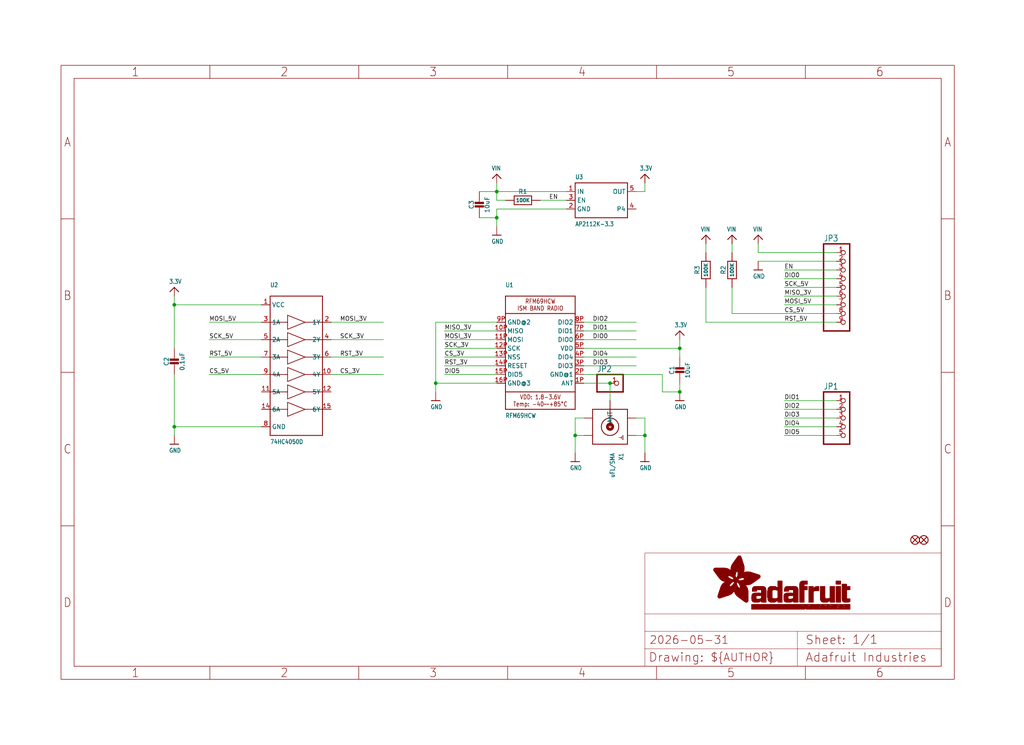
<source format=kicad_sch>
(kicad_sch (version 20231120) (generator "eeschema") (generator_version "8.0")
  (paper "User" 298.45 217.322)
  (lib_symbols
    (symbol "Adafruit RFM+LoRa Breakout-eagle-import:3.3V" (power)
      (symbol "3.3V_1_0"
        (pin power_in line (at 0 -2.54 90) (length 2.54) (name "3.3V") (number "1"))
      )
    )
    (symbol "Adafruit RFM+LoRa Breakout-eagle-import:74HC4050DTSSOP"
      (property "Reference" "U" (at -7.62 22.86 0))
      (symbol "74HC4050DTSSOP_1_0"
        (pin bidirectional line (at -10.16 17.78 0) (length 2.54) (name "VCC") (number "1"))
        (pin bidirectional line (at 10.16 -2.54 180) (length 2.54) (name "4Y") (number "10"))
        (pin bidirectional line (at -10.16 -7.62 0) (length 2.54) (name "5A") (number "11"))
        (pin bidirectional line (at 10.16 -7.62 180) (length 2.54) (name "5Y") (number "12"))
        (pin bidirectional line (at -10.16 -12.7 0) (length 2.54) (name "6A") (number "14"))
        (pin bidirectional line (at 10.16 -12.7 180) (length 2.54) (name "6Y") (number "15"))
        (pin bidirectional line (at 10.16 12.7 180) (length 2.54) (name "1Y") (number "2"))
        (pin bidirectional line (at -10.16 12.7 0) (length 2.54) (name "1A") (number "3"))
        (pin bidirectional line (at 10.16 7.62 180) (length 2.54) (name "2Y") (number "4"))
        (pin bidirectional line (at -10.16 7.62 0) (length 2.54) (name "2A") (number "5"))
        (pin bidirectional line (at 10.16 2.54 180) (length 2.54) (name "3Y") (number "6"))
        (pin bidirectional line (at -10.16 2.54 0) (length 2.54) (name "3A") (number "7"))
        (pin bidirectional line (at -10.16 -17.78 0) (length 2.54) (name "GND") (number "8"))
        (pin bidirectional line (at -10.16 -2.54 0) (length 2.54) (name "4A") (number "9"))
      )
    )
    (symbol "Adafruit RFM+LoRa Breakout-eagle-import:CAP_CERAMIC0805-NOOUTLINE"
      (property "Reference" "C" (at -2.29 1.25 90))
      (symbol "CAP_CERAMIC0805-NOOUTLINE_1_0"
        (pin passive line (at 0 5.08 270) (length 2.54) (name "1") (number "1"))
        (pin passive line (at 0 -2.54 90) (length 2.54) (name "2") (number "2"))
      )
    )
    (symbol "Adafruit RFM+LoRa Breakout-eagle-import:FIDUCIAL{dblquote}{dblquote}")
    (symbol "Adafruit RFM+LoRa Breakout-eagle-import:FRAME_A4_ADAFRUIT"
      (symbol "FRAME_A4_ADAFRUIT_1_0"
        (text "${#}/${##}" (at 230.505 10.16 0) (effects (font (size 2.54 2.54)) (justify left bottom)))
        (text "${AUTHOR}" (at 189.23 5.08 0) (effects (font (size 2.286 2.286)) (justify left bottom)))
        (text "${CURRENT_DATE}" (at 171.45 10.16 0) (effects (font (size 2.286 2.286)) (justify left bottom)))
        (text "${PROJECTNAME}" (at 171.45 15.24 0) (effects (font (size 2.54 2.54)) (justify left bottom)))
        (text "1" (at 21.6958 1.905 0) (effects (font (size 2.54 2.286))))
        (text "1" (at 21.6958 177.165 0) (effects (font (size 2.54 2.286))))
        (text "2" (at 65.0875 1.905 0) (effects (font (size 2.54 2.286))))
        (text "2" (at 65.0875 177.165 0) (effects (font (size 2.54 2.286))))
        (text "3" (at 108.4792 1.905 0) (effects (font (size 2.54 2.286))))
        (text "3" (at 108.4792 177.165 0) (effects (font (size 2.54 2.286))))
        (text "4" (at 151.8708 1.905 0) (effects (font (size 2.54 2.286))))
        (text "4" (at 151.8708 177.165 0) (effects (font (size 2.54 2.286))))
        (text "5" (at 195.2625 1.905 0) (effects (font (size 2.54 2.286))))
        (text "5" (at 195.2625 177.165 0) (effects (font (size 2.54 2.286))))
        (text "6" (at 238.6542 1.905 0) (effects (font (size 2.54 2.286))))
        (text "6" (at 238.6542 177.165 0) (effects (font (size 2.54 2.286))))
        (text "A" (at 1.905 156.6863 0) (effects (font (size 2.54 2.286))))
        (text "A" (at 258.445 156.6863 0) (effects (font (size 2.54 2.286))))
        (text "Adafruit Industries" (at 216.916 4.953 0) (effects (font (size 2.54 2.54)) (justify left bottom)))
        (text "B" (at 1.905 111.9188 0) (effects (font (size 2.54 2.286))))
        (text "B" (at 258.445 111.9188 0) (effects (font (size 2.54 2.286))))
        (text "C" (at 1.905 67.1513 0) (effects (font (size 2.54 2.286))))
        (text "C" (at 258.445 67.1513 0) (effects (font (size 2.54 2.286))))
        (text "D" (at 1.905 22.3838 0) (effects (font (size 2.54 2.286))))
        (text "D" (at 258.445 22.3838 0) (effects (font (size 2.54 2.286))))
        (text "Drawing:" (at 171.196 4.953 0) (effects (font (size 2.54 2.54)) (justify left bottom)))
        (text "Sheet:" (at 216.916 10.033 0) (effects (font (size 2.54 2.54)) (justify left bottom)))
      )
    )
    (symbol "Adafruit RFM+LoRa Breakout-eagle-import:GND" (power)
      (symbol "GND_1_0"
        (pin power_in line (at 0 2.54 270) (length 2.54) (name "GND") (number "1"))
      )
    )
    (symbol "Adafruit RFM+LoRa Breakout-eagle-import:HEADER-1X1ROUND"
      (property "Reference" "JP" (at -6.35 3.175 0))
      (symbol "HEADER-1X1ROUND_1_0"
        (pin passive inverted (at -2.54 0 0) (length 2.54) (name "1") (number "1"))
      )
    )
    (symbol "Adafruit RFM+LoRa Breakout-eagle-import:HEADER-1X570MIL"
      (property "Reference" "JP" (at -6.35 8.255 0))
      (symbol "HEADER-1X570MIL_1_0"
        (pin passive inverted (at -2.54 5.08 0) (length 2.54) (name "1") (number "1"))
        (pin passive inverted (at -2.54 2.54 0) (length 2.54) (name "2") (number "2"))
        (pin passive inverted (at -2.54 0 0) (length 2.54) (name "3") (number "3"))
        (pin passive inverted (at -2.54 -2.54 0) (length 2.54) (name "4") (number "4"))
        (pin passive inverted (at -2.54 -5.08 0) (length 2.54) (name "5") (number "5"))
      )
    )
    (symbol "Adafruit RFM+LoRa Breakout-eagle-import:HEADER-1X970MIL"
      (property "Reference" "JP" (at -6.35 13.335 0))
      (symbol "HEADER-1X970MIL_1_0"
        (pin passive inverted (at -2.54 10.16 0) (length 2.54) (name "1") (number "1"))
        (pin passive inverted (at -2.54 7.62 0) (length 2.54) (name "2") (number "2"))
        (pin passive inverted (at -2.54 5.08 0) (length 2.54) (name "3") (number "3"))
        (pin passive inverted (at -2.54 2.54 0) (length 2.54) (name "4") (number "4"))
        (pin passive inverted (at -2.54 0 0) (length 2.54) (name "5") (number "5"))
        (pin passive inverted (at -2.54 -2.54 0) (length 2.54) (name "6") (number "6"))
        (pin passive inverted (at -2.54 -5.08 0) (length 2.54) (name "7") (number "7"))
        (pin passive inverted (at -2.54 -7.62 0) (length 2.54) (name "8") (number "8"))
        (pin passive inverted (at -2.54 -10.16 0) (length 2.54) (name "9") (number "9"))
      )
    )
    (symbol "Adafruit RFM+LoRa Breakout-eagle-import:RESISTOR0805_NOOUTLINE"
      (property "Reference" "R" (at 0 2.54 0))
      (symbol "RESISTOR0805_NOOUTLINE_1_0"
        (pin passive line (at -5.08 0 0) (length 2.54) (name "1") (number "1"))
        (pin passive line (at 5.08 0 180) (length 2.54) (name "2") (number "2"))
      )
    )
    (symbol "Adafruit RFM+LoRa Breakout-eagle-import:RFM69HCW_SMT"
      (property "Reference" "U" (at -10.16 17.78 0))
      (symbol "RFM69HCW_SMT_1_0"
        (text "RFM69HCW\nISM BAND RADIO" (at 0 12.7 0) (effects (font (size 1.27 1.0795))))
        (text "VDD: 1.8-3.6V\nTemp: -40~~+85°C" (at 0 -15.24 0) (effects (font (size 1.27 1.0795))))
        (pin output line (at -12.7 5.08 0) (length 2.54) (name "MISO") (number "10P"))
        (pin input line (at -12.7 2.54 0) (length 2.54) (name "MOSI") (number "11P"))
        (pin input line (at -12.7 0 0) (length 2.54) (name "SCK") (number "12P"))
        (pin input line (at -12.7 -2.54 0) (length 2.54) (name "NSS") (number "13P"))
        (pin input line (at -12.7 -5.08 0) (length 2.54) (name "RESET") (number "14P"))
        (pin bidirectional line (at -12.7 -7.62 0) (length 2.54) (name "DIO5") (number "15P"))
        (pin power_in line (at -12.7 -10.16 0) (length 2.54) (name "GND@3") (number "16P"))
        (pin bidirectional line (at 12.7 -10.16 180) (length 2.54) (name "ANT") (number "1P"))
        (pin power_in line (at 12.7 -7.62 180) (length 2.54) (name "GND@1") (number "2P"))
        (pin bidirectional line (at 12.7 -5.08 180) (length 2.54) (name "DIO3") (number "3P"))
        (pin bidirectional line (at 12.7 -2.54 180) (length 2.54) (name "DIO4") (number "4P"))
        (pin power_in line (at 12.7 0 180) (length 2.54) (name "VDD") (number "5P"))
        (pin bidirectional line (at 12.7 2.54 180) (length 2.54) (name "DIO0") (number "6P"))
        (pin bidirectional line (at 12.7 5.08 180) (length 2.54) (name "DIO1") (number "7P"))
        (pin bidirectional line (at 12.7 7.62 180) (length 2.54) (name "DIO2") (number "8P"))
        (pin power_in line (at -12.7 7.62 0) (length 2.54) (name "GND@2") (number "9P"))
      )
    )
    (symbol "Adafruit RFM+LoRa Breakout-eagle-import:SMACONNECTOR_EDGE_UFL"
      (property "Reference" "X" (at 7.62 2.54 0))
      (symbol "SMACONNECTOR_EDGE_UFL_1_0"
        (pin power_in line (at -2.54 7.62 270) (length 2.54) (name "GND1") (number "GND@1"))
        (pin power_in line (at 2.54 7.62 270) (length 2.54) (name "GND2") (number "GND@2"))
        (pin power_in line (at -2.54 -7.62 90) (length 2.54) (name "GND3") (number "GND@3"))
        (pin power_in line (at 2.54 -7.62 90) (length 2.54) (name "GND4") (number "GND@4"))
        (pin bidirectional line (at -7.62 0 0) (length 2.54) (name "ANT") (number "P"))
      )
    )
    (symbol "Adafruit RFM+LoRa Breakout-eagle-import:VIN" (power)
      (symbol "VIN_1_0"
        (pin power_in line (at 0 -2.54 90) (length 2.54) (name "VIN") (number "1"))
      )
    )
    (symbol "Adafruit RFM+LoRa Breakout-eagle-import:VREG_SOT23-5"
      (property "Reference" "U" (at -7.62 6.096 0))
      (symbol "VREG_SOT23-5_1_0"
        (pin power_in line (at -10.16 2.54 0) (length 2.54) (name "IN") (number "1"))
        (pin power_in line (at -10.16 -2.54 0) (length 2.54) (name "GND") (number "2"))
        (pin input line (at -10.16 0 0) (length 2.54) (name "EN") (number "3"))
        (pin bidirectional line (at 10.16 -2.54 180) (length 2.54) (name "P4") (number "4"))
        (pin power_in line (at 10.16 2.54 180) (length 2.54) (name "OUT") (number "5"))
      )
    )
  )
  (junction (at 167.64 127))
  (junction (at 187.96 127))
  (junction (at 198.12 101.6))
  (junction (at 50.8 124.46))
  (junction (at 177.8 111.76))
  (junction (at 127 111.76))
  (junction (at 144.78 63.5))
  (junction (at 144.78 55.88))
  (junction (at 198.12 114.3))
  (junction (at 50.8 88.9))
  (wire (pts (xy 213.36 91.44) (xy 243.84 91.44)) (stroke (width 0.1524)))
  (wire (pts (xy 185.42 121.92) (xy 187.96 121.92)) (stroke (width 0.1524)))
  (wire (pts (xy 165.1 60.96) (xy 144.78 60.96)) (stroke (width 0.1524)))
  (wire (pts (xy 177.8 111.76) (xy 177.8 116.84)) (stroke (width 0.1524)))
  (wire (pts (xy 220.98 71.12) (xy 220.98 73.66)) (stroke (width 0.1524)))
  (wire (pts (xy 50.8 124.46) (xy 50.8 109.22)) (stroke (width 0.1524)))
  (wire (pts (xy 96.52 99.06) (xy 111.76 99.06)) (stroke (width 0.1524)))
  (wire (pts (xy 243.84 86.36) (xy 228.6 86.36)) (stroke (width 0.1524)))
  (wire (pts (xy 129.54 101.6) (xy 144.78 101.6)) (stroke (width 0.1524)))
  (wire (pts (xy 127 93.98) (xy 127 111.76)) (stroke (width 0.1524)))
  (wire (pts (xy 96.52 104.14) (xy 111.76 104.14)) (stroke (width 0.1524)))
  (wire (pts (xy 187.96 55.88) (xy 187.96 53.34)) (stroke (width 0.1524)))
  (wire (pts (xy 198.12 111.76) (xy 198.12 114.3)) (stroke (width 0.1524)))
  (wire (pts (xy 144.78 63.5) (xy 144.78 66.04)) (stroke (width 0.1524)))
  (wire (pts (xy 243.84 119.38) (xy 228.6 119.38)) (stroke (width 0.1524)))
  (wire (pts (xy 187.96 121.92) (xy 187.96 127)) (stroke (width 0.1524)))
  (wire (pts (xy 187.96 127) (xy 187.96 132.08)) (stroke (width 0.1524)))
  (wire (pts (xy 185.42 93.98) (xy 170.18 93.98)) (stroke (width 0.1524)))
  (wire (pts (xy 170.18 109.22) (xy 193.04 109.22)) (stroke (width 0.1524)))
  (wire (pts (xy 165.1 58.42) (xy 157.48 58.42)) (stroke (width 0.1524)))
  (wire (pts (xy 144.78 55.88) (xy 139.7 55.88)) (stroke (width 0.1524)))
  (wire (pts (xy 144.78 58.42) (xy 144.78 55.88)) (stroke (width 0.1524)))
  (wire (pts (xy 129.54 104.14) (xy 144.78 104.14)) (stroke (width 0.1524)))
  (wire (pts (xy 60.96 109.22) (xy 76.2 109.22)) (stroke (width 0.1524)))
  (wire (pts (xy 76.2 104.14) (xy 60.96 104.14)) (stroke (width 0.1524)))
  (wire (pts (xy 243.84 116.84) (xy 228.6 116.84)) (stroke (width 0.1524)))
  (wire (pts (xy 205.74 93.98) (xy 243.84 93.98)) (stroke (width 0.1524)))
  (wire (pts (xy 144.78 63.5) (xy 139.7 63.5)) (stroke (width 0.1524)))
  (wire (pts (xy 205.74 83.82) (xy 205.74 93.98)) (stroke (width 0.1524)))
  (wire (pts (xy 50.8 88.9) (xy 50.8 101.6)) (stroke (width 0.1524)))
  (wire (pts (xy 129.54 106.68) (xy 144.78 106.68)) (stroke (width 0.1524)))
  (wire (pts (xy 243.84 78.74) (xy 228.6 78.74)) (stroke (width 0.1524)))
  (wire (pts (xy 170.18 104.14) (xy 185.42 104.14)) (stroke (width 0.1524)))
  (wire (pts (xy 127 111.76) (xy 127 114.3)) (stroke (width 0.1524)))
  (wire (pts (xy 170.18 121.92) (xy 167.64 121.92)) (stroke (width 0.1524)))
  (wire (pts (xy 220.98 73.66) (xy 243.84 73.66)) (stroke (width 0.1524)))
  (wire (pts (xy 193.04 114.3) (xy 198.12 114.3)) (stroke (width 0.1524)))
  (wire (pts (xy 185.42 127) (xy 187.96 127)) (stroke (width 0.1524)))
  (wire (pts (xy 213.36 91.44) (xy 213.36 83.82)) (stroke (width 0.1524)))
  (wire (pts (xy 243.84 88.9) (xy 228.6 88.9)) (stroke (width 0.1524)))
  (wire (pts (xy 50.8 124.46) (xy 50.8 127)) (stroke (width 0.1524)))
  (wire (pts (xy 165.1 55.88) (xy 144.78 55.88)) (stroke (width 0.1524)))
  (wire (pts (xy 228.6 121.92) (xy 243.84 121.92)) (stroke (width 0.1524)))
  (wire (pts (xy 193.04 109.22) (xy 193.04 114.3)) (stroke (width 0.1524)))
  (wire (pts (xy 144.78 93.98) (xy 127 93.98)) (stroke (width 0.1524)))
  (wire (pts (xy 144.78 55.88) (xy 144.78 53.34)) (stroke (width 0.1524)))
  (wire (pts (xy 50.8 88.9) (xy 50.8 86.36)) (stroke (width 0.1524)))
  (wire (pts (xy 198.12 101.6) (xy 198.12 99.06)) (stroke (width 0.1524)))
  (wire (pts (xy 228.6 124.46) (xy 243.84 124.46)) (stroke (width 0.1524)))
  (wire (pts (xy 144.78 109.22) (xy 129.54 109.22)) (stroke (width 0.1524)))
  (wire (pts (xy 205.74 71.12) (xy 205.74 73.66)) (stroke (width 0.1524)))
  (wire (pts (xy 144.78 111.76) (xy 127 111.76)) (stroke (width 0.1524)))
  (wire (pts (xy 167.64 127) (xy 167.64 132.08)) (stroke (width 0.1524)))
  (wire (pts (xy 96.52 109.22) (xy 111.76 109.22)) (stroke (width 0.1524)))
  (wire (pts (xy 185.42 55.88) (xy 187.96 55.88)) (stroke (width 0.1524)))
  (wire (pts (xy 76.2 88.9) (xy 50.8 88.9)) (stroke (width 0.1524)))
  (wire (pts (xy 170.18 127) (xy 167.64 127)) (stroke (width 0.1524)))
  (wire (pts (xy 129.54 99.06) (xy 144.78 99.06)) (stroke (width 0.1524)))
  (wire (pts (xy 147.32 58.42) (xy 144.78 58.42)) (stroke (width 0.1524)))
  (wire (pts (xy 243.84 81.28) (xy 228.6 81.28)) (stroke (width 0.1524)))
  (wire (pts (xy 198.12 101.6) (xy 198.12 104.14)) (stroke (width 0.1524)))
  (wire (pts (xy 144.78 96.52) (xy 129.54 96.52)) (stroke (width 0.1524)))
  (wire (pts (xy 170.18 106.68) (xy 185.42 106.68)) (stroke (width 0.1524)))
  (wire (pts (xy 76.2 93.98) (xy 60.96 93.98)) (stroke (width 0.1524)))
  (wire (pts (xy 185.42 99.06) (xy 170.18 99.06)) (stroke (width 0.1524)))
  (wire (pts (xy 213.36 71.12) (xy 213.36 73.66)) (stroke (width 0.1524)))
  (wire (pts (xy 144.78 60.96) (xy 144.78 63.5)) (stroke (width 0.1524)))
  (wire (pts (xy 185.42 96.52) (xy 170.18 96.52)) (stroke (width 0.1524)))
  (wire (pts (xy 76.2 99.06) (xy 60.96 99.06)) (stroke (width 0.1524)))
  (wire (pts (xy 243.84 83.82) (xy 228.6 83.82)) (stroke (width 0.1524)))
  (wire (pts (xy 76.2 124.46) (xy 50.8 124.46)) (stroke (width 0.1524)))
  (wire (pts (xy 220.98 76.2) (xy 243.84 76.2)) (stroke (width 0.1524)))
  (wire (pts (xy 96.52 93.98) (xy 111.76 93.98)) (stroke (width 0.1524)))
  (wire (pts (xy 170.18 111.76) (xy 177.8 111.76)) (stroke (width 0.1524)))
  (wire (pts (xy 167.64 121.92) (xy 167.64 127)) (stroke (width 0.1524)))
  (wire (pts (xy 170.18 101.6) (xy 198.12 101.6)) (stroke (width 0.1524)))
  (wire (pts (xy 243.84 127) (xy 228.6 127)) (stroke (width 0.1524)))
  (label "CS_5V" (at 60.96 109.22 0) (effects (font (size 1.2446 1.2446))))
  (label "SCK_5V" (at 60.96 99.06 0) (effects (font (size 1.2446 1.2446))))
  (label "MOSI_5V" (at 228.6 88.9 0) (effects (font (size 1.2446 1.2446))))
  (label "DIO0" (at 172.72 99.06 0) (effects (font (size 1.2446 1.2446))))
  (label "MOSI_5V" (at 60.96 93.98 0) (effects (font (size 1.2446 1.2446))))
  (label "SCK_3V" (at 129.54 101.6 0) (effects (font (size 1.2446 1.2446))))
  (label "DIO3" (at 172.72 106.68 0) (effects (font (size 1.2446 1.2446))))
  (label "DIO5" (at 228.6 127 0) (effects (font (size 1.2446 1.2446))))
  (label "SCK_3V" (at 99.06 99.06 0) (effects (font (size 1.2446 1.2446))))
  (label "MOSI_3V" (at 99.06 93.98 0) (effects (font (size 1.2446 1.2446))))
  (label "MISO_3V" (at 228.6 86.36 0) (effects (font (size 1.2446 1.2446))))
  (label "RST_5V" (at 60.96 104.14 0) (effects (font (size 1.2446 1.2446))))
  (label "RST_3V" (at 99.06 104.14 0) (effects (font (size 1.2446 1.2446))))
  (label "RST_5V" (at 228.6 93.98 0) (effects (font (size 1.2446 1.2446))))
  (label "EN" (at 228.6 78.74 0) (effects (font (size 1.2446 1.2446))))
  (label "DIO4" (at 172.72 104.14 0) (effects (font (size 1.2446 1.2446))))
  (label "RST_3V" (at 129.54 106.68 0) (effects (font (size 1.2446 1.2446))))
  (label "DIO3" (at 228.6 121.92 0) (effects (font (size 1.2446 1.2446))))
  (label "DIO0" (at 228.6 81.28 0) (effects (font (size 1.2446 1.2446))))
  (label "DIO2" (at 172.72 93.98 0) (effects (font (size 1.2446 1.2446))))
  (label "DIO4" (at 228.6 124.46 0) (effects (font (size 1.2446 1.2446))))
  (label "DIO1" (at 172.72 96.52 0) (effects (font (size 1.2446 1.2446))))
  (label "CS_3V" (at 99.06 109.22 0) (effects (font (size 1.2446 1.2446))))
  (label "DIO1" (at 228.6 116.84 0) (effects (font (size 1.2446 1.2446))))
  (label "DIO5" (at 129.54 109.22 0) (effects (font (size 1.2446 1.2446))))
  (label "CS_5V" (at 228.6 91.44 0) (effects (font (size 1.2446 1.2446))))
  (label "CS_3V" (at 129.54 104.14 0) (effects (font (size 1.2446 1.2446))))
  (label "DIO2" (at 228.6 119.38 0) (effects (font (size 1.2446 1.2446))))
  (label "MISO_3V" (at 129.54 96.52 0) (effects (font (size 1.2446 1.2446))))
  (label "SCK_5V" (at 228.6 83.82 0) (effects (font (size 1.2446 1.2446))))
  (label "MOSI_3V" (at 129.54 99.06 0) (effects (font (size 1.2446 1.2446))))
  (label "EN" (at 160.02 58.42 0) (effects (font (size 1.2446 1.2446))))
  (symbol (lib_id "Adafruit RFM+LoRa Breakout-eagle-import:3.3V") (at 198.12 96.52 0) (unit 1)
    (property "Reference" "#U$5" (effects (hide yes)))
    (property "Value" "3.3V" (at 196.596 95.504 0) (effects (font (size 1.27 1.0795)) (justify left bottom)))
  )
  (symbol (lib_id "Adafruit RFM+LoRa Breakout-eagle-import:CAP_CERAMIC0805-NOOUTLINE") (at 198.12 109.22 0) (unit 1)
    (property "Reference" "C1" (at 195.83 107.97 90))
    (property "Value" "10uF" (at 200.42 107.97 90))
    (property "Footprint" "Adafruit RFM+LoRa Breakout:0805-NO" (effects (hide yes)))
  )
  (symbol (lib_id "Adafruit RFM+LoRa Breakout-eagle-import:RESISTOR0805_NOOUTLINE") (at 152.4 58.42 0) (unit 1)
    (property "Reference" "R1" (at 152.4 55.88 0))
    (property "Value" "100K" (at 152.4 58.42 0) (effects (font (size 1.016 1.016) (bold yes))))
    (property "Footprint" "Adafruit RFM+LoRa Breakout:0805-NO" (effects (hide yes)))
  )
  (symbol (lib_id "Adafruit RFM+LoRa Breakout-eagle-import:3.3V") (at 187.96 50.8 0) (unit 1)
    (property "Reference" "#U$12" (effects (hide yes)))
    (property "Value" "3.3V" (at 186.436 49.784 0) (effects (font (size 1.27 1.0795)) (justify left bottom)))
  )
  (symbol (lib_id "Adafruit RFM+LoRa Breakout-eagle-import:FIDUCIAL{dblquote}{dblquote}") (at 269.24 157.48 0) (unit 1)
    (property "Reference" "FID1" (effects (hide yes)))
    (property "Value" "FIDUCIAL{dblquote}{dblquote}" (effects (hide yes)))
    (property "Footprint" "Adafruit RFM+LoRa Breakout:FIDUCIAL_1MM" (effects (hide yes)))
  )
  (symbol (lib_id "Adafruit RFM+LoRa Breakout-eagle-import:RESISTOR0805_NOOUTLINE") (at 205.74 78.74 90) (unit 1)
    (property "Reference" "R3" (at 203.2 78.74 0))
    (property "Value" "100K" (at 205.74 78.74 0) (effects (font (size 1.016 1.016) (bold yes))))
    (property "Footprint" "Adafruit RFM+LoRa Breakout:0805-NO" (effects (hide yes)))
  )
  (symbol (lib_id "Adafruit RFM+LoRa Breakout-eagle-import:74HC4050DTSSOP") (at 86.36 106.68 0) (unit 1)
    (property "Reference" "U2" (at 78.74 83.82 0) (effects (font (size 1.27 1.0795)) (justify left bottom)))
    (property "Value" "74HC4050D" (at 78.74 129.54 0) (effects (font (size 1.27 1.0795)) (justify left bottom)))
    (property "Footprint" "Adafruit RFM+LoRa Breakout:TSSOP16" (effects (hide yes)))
  )
  (symbol (lib_id "Adafruit RFM+LoRa Breakout-eagle-import:GND") (at 127 116.84 0) (unit 1)
    (property "Reference" "#U$4" (effects (hide yes)))
    (property "Value" "GND" (at 125.476 119.38 0) (effects (font (size 1.27 1.0795)) (justify left bottom)))
  )
  (symbol (lib_id "Adafruit RFM+LoRa Breakout-eagle-import:HEADER-1X970MIL") (at 246.38 83.82 0) (unit 1)
    (property "Reference" "JP3" (at 240.03 70.485 0) (effects (font (size 1.778 1.5113)) (justify left bottom)))
    (property "Value" "HEADER-1X970MIL" (effects (hide yes)))
    (property "Footprint" "Adafruit RFM+LoRa Breakout:1X09_ROUND_70" (effects (hide yes)))
  )
  (symbol (lib_id "Adafruit RFM+LoRa Breakout-eagle-import:VIN") (at 144.78 50.8 0) (unit 1)
    (property "Reference" "#U$10" (effects (hide yes)))
    (property "Value" "VIN" (at 143.256 49.784 0) (effects (font (size 1.27 1.0795)) (justify left bottom)))
  )
  (symbol (lib_id "Adafruit RFM+LoRa Breakout-eagle-import:GND") (at 50.8 129.54 0) (unit 1)
    (property "Reference" "#U$3" (effects (hide yes)))
    (property "Value" "GND" (at 49.276 132.08 0) (effects (font (size 1.27 1.0795)) (justify left bottom)))
  )
  (symbol (lib_id "Adafruit RFM+LoRa Breakout-eagle-import:GND") (at 167.64 134.62 0) (unit 1)
    (property "Reference" "#U$7" (effects (hide yes)))
    (property "Value" "GND" (at 166.116 137.16 0) (effects (font (size 1.27 1.0795)) (justify left bottom)))
  )
  (symbol (lib_id "Adafruit RFM+LoRa Breakout-eagle-import:VIN") (at 220.98 68.58 0) (unit 1)
    (property "Reference" "#U$16" (effects (hide yes)))
    (property "Value" "VIN" (at 219.456 67.564 0) (effects (font (size 1.27 1.0795)) (justify left bottom)))
  )
  (symbol (lib_id "Adafruit RFM+LoRa Breakout-eagle-import:CAP_CERAMIC0805-NOOUTLINE") (at 139.7 60.96 0) (unit 1)
    (property "Reference" "C3" (at 137.41 59.71 90))
    (property "Value" "10uF" (at 142 59.71 90))
    (property "Footprint" "Adafruit RFM+LoRa Breakout:0805-NO" (effects (hide yes)))
  )
  (symbol (lib_id "Adafruit RFM+LoRa Breakout-eagle-import:HEADER-1X570MIL") (at 246.38 121.92 0) (unit 1)
    (property "Reference" "JP1" (at 240.03 113.665 0) (effects (font (size 1.778 1.5113)) (justify left bottom)))
    (property "Value" "HEADER-1X570MIL" (effects (hide yes)))
    (property "Footprint" "Adafruit RFM+LoRa Breakout:1X05_ROUND_70" (effects (hide yes)))
  )
  (symbol (lib_id "Adafruit RFM+LoRa Breakout-eagle-import:HEADER-1X1ROUND") (at 180.34 111.76 0) (unit 1)
    (property "Reference" "JP2" (at 173.99 108.585 0) (effects (font (size 1.778 1.5113)) (justify left bottom)))
    (property "Value" "HEADER-1X1ROUND" (effects (hide yes)))
    (property "Footprint" "Adafruit RFM+LoRa Breakout:1X01_ROUND" (effects (hide yes)))
  )
  (symbol (lib_id "Adafruit RFM+LoRa Breakout-eagle-import:RESISTOR0805_NOOUTLINE") (at 213.36 78.74 90) (unit 1)
    (property "Reference" "R2" (at 210.82 78.74 0))
    (property "Value" "100K" (at 213.36 78.74 0) (effects (font (size 1.016 1.016) (bold yes))))
    (property "Footprint" "Adafruit RFM+LoRa Breakout:0805-NO" (effects (hide yes)))
  )
  (symbol (lib_id "Adafruit RFM+LoRa Breakout-eagle-import:RFM69HCW_SMT") (at 157.48 101.6 0) (unit 1)
    (property "Reference" "U1" (at 147.32 83.82 0) (effects (font (size 1.27 1.0795)) (justify left bottom)))
    (property "Value" "RFM69HCW" (at 147.32 121.92 0) (effects (font (size 1.27 1.0795)) (justify left bottom)))
    (property "Footprint" "Adafruit RFM+LoRa Breakout:RFMHCW_SMT" (effects (hide yes)))
  )
  (symbol (lib_id "Adafruit RFM+LoRa Breakout-eagle-import:VIN") (at 205.74 68.58 0) (unit 1)
    (property "Reference" "#U$13" (effects (hide yes)))
    (property "Value" "VIN" (at 204.216 67.564 0) (effects (font (size 1.27 1.0795)) (justify left bottom)))
  )
  (symbol (lib_id "Adafruit RFM+LoRa Breakout-eagle-import:FRAME_A4_ADAFRUIT") (at 17.78 198.12 0) (unit 1)
    (property "Reference" "#U$1" (effects (hide yes)))
    (property "Value" "FRAME_A4_ADAFRUIT" (effects (hide yes)))
  )
  (symbol (lib_id "Adafruit RFM+LoRa Breakout-eagle-import:GND") (at 198.12 116.84 0) (unit 1)
    (property "Reference" "#U$6" (effects (hide yes)))
    (property "Value" "GND" (at 196.596 119.38 0) (effects (font (size 1.27 1.0795)) (justify left bottom)))
  )
  (symbol (lib_id "Adafruit RFM+LoRa Breakout-eagle-import:VREG_SOT23-5") (at 175.26 58.42 0) (unit 1)
    (property "Reference" "U3" (at 167.64 52.324 0) (effects (font (size 1.27 1.0795)) (justify left bottom)))
    (property "Value" "AP2112K-3.3" (at 167.64 66.04 0) (effects (font (size 1.27 1.0795)) (justify left bottom)))
    (property "Footprint" "Adafruit RFM+LoRa Breakout:SOT23-5" (effects (hide yes)))
  )
  (symbol (lib_id "Adafruit RFM+LoRa Breakout-eagle-import:CAP_CERAMIC0805-NOOUTLINE") (at 50.8 106.68 0) (unit 1)
    (property "Reference" "C2" (at 48.51 105.43 90))
    (property "Value" "0.1uF" (at 53.1 105.43 90))
    (property "Footprint" "Adafruit RFM+LoRa Breakout:0805-NO" (effects (hide yes)))
  )
  (symbol (lib_id "Adafruit RFM+LoRa Breakout-eagle-import:3.3V") (at 50.8 83.82 0) (unit 1)
    (property "Reference" "#U$2" (effects (hide yes)))
    (property "Value" "3.3V" (at 49.276 82.804 0) (effects (font (size 1.27 1.0795)) (justify left bottom)))
  )
  (symbol (lib_id "Adafruit RFM+LoRa Breakout-eagle-import:FIDUCIAL{dblquote}{dblquote}") (at 266.7 157.48 0) (unit 1)
    (property "Reference" "FID2" (effects (hide yes)))
    (property "Value" "FIDUCIAL{dblquote}{dblquote}" (effects (hide yes)))
    (property "Footprint" "Adafruit RFM+LoRa Breakout:FIDUCIAL_1MM" (effects (hide yes)))
  )
  (symbol (lib_id "Adafruit RFM+LoRa Breakout-eagle-import:GND") (at 144.78 68.58 0) (unit 1)
    (property "Reference" "#U$11" (effects (hide yes)))
    (property "Value" "GND" (at 143.256 71.12 0) (effects (font (size 1.27 1.0795)) (justify left bottom)))
  )
  (symbol (lib_id "Adafruit RFM+LoRa Breakout-eagle-import:GND") (at 187.96 134.62 0) (unit 1)
    (property "Reference" "#U$9" (effects (hide yes)))
    (property "Value" "GND" (at 186.436 137.16 0) (effects (font (size 1.27 1.0795)) (justify left bottom)))
  )
  (symbol (lib_id "Adafruit RFM+LoRa Breakout-eagle-import:VIN") (at 213.36 68.58 0) (unit 1)
    (property "Reference" "#U$17" (effects (hide yes)))
    (property "Value" "VIN" (at 211.836 67.564 0) (effects (font (size 1.27 1.0795)) (justify left bottom)))
  )
  (symbol (lib_id "Adafruit RFM+LoRa Breakout-eagle-import:GND") (at 220.98 78.74 0) (unit 1)
    (property "Reference" "#U$18" (effects (hide yes)))
    (property "Value" "GND" (at 219.456 81.28 0) (effects (font (size 1.27 1.0795)) (justify left bottom)))
  )
  (symbol (lib_id "Adafruit RFM+LoRa Breakout-eagle-import:SMACONNECTOR_EDGE_UFL") (at 177.8 124.46 270) (unit 1)
    (property "Reference" "X1" (at 180.34 132.08 0) (effects (font (size 1.27 1.0795)) (justify left bottom)))
    (property "Value" "uFL/SMA" (at 177.8 132.08 0) (effects (font (size 1.27 1.0795)) (justify left bottom)))
    (property "Footprint" "Adafruit RFM+LoRa Breakout:SMA_EDGELAUNCH_UFL" (effects (hide yes)))
  )
)
</source>
